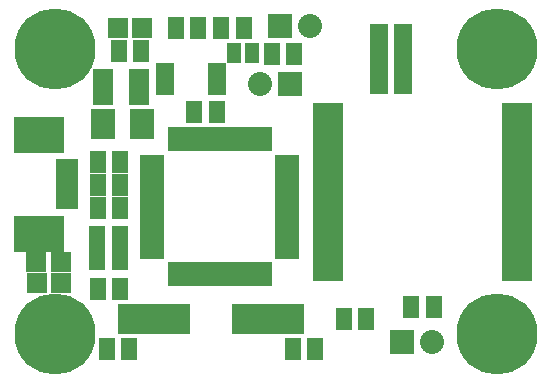
<source format=gts>
G04 (created by PCBNEW-RS274X (2012-01-19 BZR 3256)-stable) date 12/5/2012 9:45:34 AM*
G01*
G70*
G90*
%MOIN*%
G04 Gerber Fmt 3.4, Leading zero omitted, Abs format*
%FSLAX34Y34*%
G04 APERTURE LIST*
%ADD10C,0.006000*%
%ADD11R,0.059300X0.236500*%
%ADD12C,0.270000*%
%ADD13R,0.059400X0.030600*%
%ADD14R,0.169600X0.118400*%
%ADD15R,0.075100X0.039700*%
%ADD16R,0.055000X0.075000*%
%ADD17R,0.036000X0.080000*%
%ADD18R,0.080000X0.036000*%
%ADD19R,0.067200X0.067200*%
%ADD20R,0.080000X0.080000*%
%ADD21C,0.080000*%
%ADD22R,0.070000X0.120000*%
%ADD23R,0.080000X0.100000*%
%ADD24R,0.240500X0.102700*%
%ADD25R,0.045000X0.065000*%
%ADD26R,0.098700X0.059400*%
G04 APERTURE END LIST*
G54D10*
G54D11*
X69307Y-34308D03*
X70093Y-34308D03*
G54D12*
X73250Y-43500D03*
X73250Y-34000D03*
X58500Y-43500D03*
X58500Y-34000D03*
G54D13*
X62167Y-34572D03*
X62167Y-34772D03*
X62167Y-34972D03*
X62167Y-35172D03*
X62167Y-35372D03*
X63917Y-35372D03*
X63917Y-35172D03*
X63917Y-34972D03*
X63917Y-34772D03*
X63917Y-34572D03*
G54D14*
X57957Y-40154D03*
X57957Y-36846D03*
G54D15*
X58902Y-39130D03*
X58902Y-38815D03*
X58902Y-37870D03*
X58902Y-38185D03*
X58902Y-38500D03*
G54D16*
X60675Y-37770D03*
X59925Y-37770D03*
X60678Y-38520D03*
X59928Y-38520D03*
X60627Y-34070D03*
X61377Y-34070D03*
X68125Y-43000D03*
X68875Y-43000D03*
X60666Y-40244D03*
X59916Y-40244D03*
X63895Y-36080D03*
X63145Y-36080D03*
X59930Y-41994D03*
X60680Y-41994D03*
G54D17*
X64000Y-37000D03*
X63685Y-37000D03*
X63370Y-37000D03*
X63055Y-37000D03*
X62740Y-37000D03*
X62425Y-37000D03*
X64315Y-37000D03*
X64630Y-37000D03*
X64945Y-37000D03*
X65260Y-37000D03*
X65575Y-37000D03*
X64000Y-41500D03*
X63685Y-41500D03*
X63370Y-41500D03*
X63055Y-41500D03*
X62740Y-41500D03*
X62425Y-41500D03*
X64315Y-41500D03*
X64630Y-41500D03*
X64945Y-41500D03*
X65260Y-41500D03*
X65575Y-41500D03*
G54D18*
X61750Y-39250D03*
X66250Y-39250D03*
X61750Y-39565D03*
X66250Y-39565D03*
X66250Y-39880D03*
X61750Y-39880D03*
X61750Y-40195D03*
X66250Y-40195D03*
X66250Y-40510D03*
X61750Y-40510D03*
X61750Y-40825D03*
X66250Y-40825D03*
X66250Y-38935D03*
X61750Y-38935D03*
X61750Y-38620D03*
X66250Y-38620D03*
X66250Y-38305D03*
X61750Y-38305D03*
X61750Y-37990D03*
X66250Y-37990D03*
X66250Y-37675D03*
X61750Y-37675D03*
G54D19*
X61415Y-33300D03*
X60589Y-33300D03*
G54D16*
X60666Y-40991D03*
X59916Y-40991D03*
G54D20*
X66000Y-33225D03*
G54D21*
X67000Y-33225D03*
G54D16*
X60675Y-39300D03*
X59925Y-39300D03*
X66425Y-44000D03*
X67175Y-44000D03*
X60975Y-44000D03*
X60225Y-44000D03*
G54D22*
X61320Y-35270D03*
X60120Y-35270D03*
G54D16*
X62525Y-33300D03*
X63275Y-33300D03*
X71125Y-42600D03*
X70375Y-42600D03*
X64800Y-33300D03*
X64050Y-33300D03*
X66476Y-34153D03*
X65726Y-34153D03*
G54D23*
X61396Y-36491D03*
X60096Y-36491D03*
G54D24*
X65609Y-43000D03*
X61791Y-43000D03*
G54D19*
X58713Y-41100D03*
X57887Y-41100D03*
X58718Y-41772D03*
X57892Y-41772D03*
G54D20*
X66350Y-35170D03*
G54D21*
X65350Y-35170D03*
G54D20*
X70060Y-43770D03*
G54D21*
X71060Y-43770D03*
G54D25*
X64487Y-34137D03*
X65087Y-34137D03*
G54D26*
X67600Y-36093D03*
X67600Y-36683D03*
X67600Y-37274D03*
X67600Y-37864D03*
X67600Y-38455D03*
X67600Y-39045D03*
X67600Y-39636D03*
X67600Y-40226D03*
X67600Y-40817D03*
X67600Y-41407D03*
X73900Y-41407D03*
X73900Y-40817D03*
X73900Y-40226D03*
X73900Y-39636D03*
X73900Y-39045D03*
X73900Y-38455D03*
X73900Y-37864D03*
X73900Y-37274D03*
X73900Y-36683D03*
X73900Y-36093D03*
M02*

</source>
